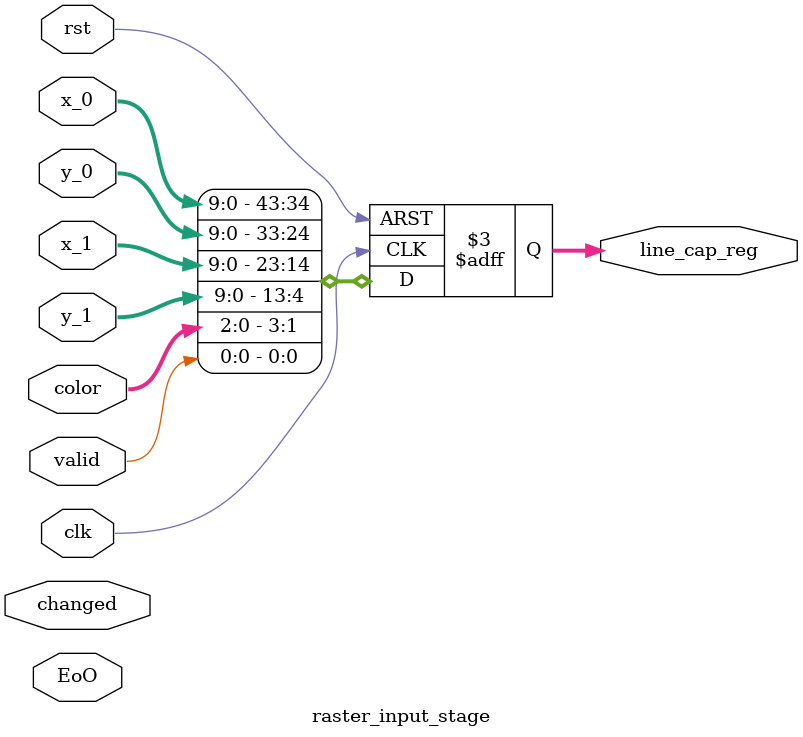
<source format=v>
module raster_input_stage(clk, rst, x_0, x_1, y_0, y_1, EoO, valid, color, changed, line_cap_reg);

input clk, rst, EoO, valid, changed;
input [9:0] x_0, x_1, y_0, y_1;
input [2:0] color;

output reg [43:0] line_cap_reg;
//register that keeps all these values (consider this a pipeline stage)

always @(posedge clk, negedge rst)
  begin 
    if(~rst)
      begin
        line_cap_reg <= 46'h00;
      end
    else
      begin
        line_cap_reg <= {x_0, y_0, x_1, y_1, color, valid};
      end
end

endmodule


</source>
